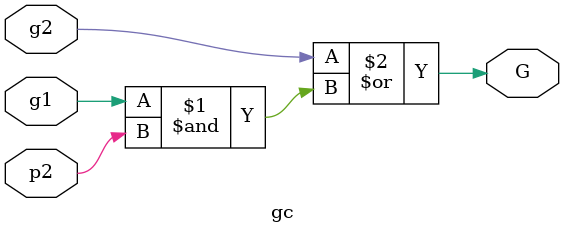
<source format=sv>
module FIR_using_HCA(filter_out,clk,reset,filter_in);
input clk,reset;
input signed [7:0] filter_in;
output signed [15:0] filter_out;
parameter signed [7:0] coeff0 = 8'b11110111;//-9
parameter signed [7:0] coeff1 = 8'b11111101;//-3
parameter signed [7:0] coeff2 = 8'b00001100;//12
parameter signed [7:0] coeff3 = 8'b00011010;//26
parameter signed [7:0] coeff4 = 8'b00011010;//26
parameter signed [7:0] coeff5 = 8'b00001100;//12
parameter signed [7:0] coeff6 = 8'b11111101;//-3
parameter signed [7:0] coeff7 = 8'b11110111;//-9

reg  signed [9:0] delay [1:7] ; 
wire signed [15:0] mul_temp [1:8]; 
wire signed [15:0] temp_add [0:6];
wire signed [15:0] add [0:6]; 
reg  signed [15:0] output_register;
  
    always @( posedge clk or posedge reset)
    begin: Delay_process
      if (reset) 
		begin
        delay[1] <= 0;
        delay[2] <= 0;
        delay[3] <= 0;	
		  delay[4] <= 0;
        delay[5] <= 0;
        delay[6] <= 0;
        delay[7] <= 0;
    end
      else
		begin
          delay[1] <= filter_in;
          delay[2] <= delay[1];
          delay[3] <= delay[2];	
          delay[4] <= delay[3];
          delay[5] <= delay[4];
          delay[6] <= delay[5];
          delay[7] <= delay[6];
      end
    end 


    assign mul_temp[1] = filter_in * coeff0;
    assign mul_temp[2] = delay[1] *     coeff1;
    assign mul_temp[3] = delay[2] *     coeff2;
    assign mul_temp[4] = delay[3] *     coeff3;
    assign mul_temp[5] = delay[4] *     coeff4;
    assign mul_temp[6] = delay[5] *     coeff5;
    assign mul_temp[7] = delay[6] *     coeff6;
    assign mul_temp[8] = delay[7] *     coeff7;
    
    //assign temp_add[0] = mul_temp[1] + mul_temp[2];
	// hancarslon_adder (sum,a,b,cin);
	 han_carslon_adder ha1(.sum(temp_add[0]),.a(mul_temp[1]),.b(mul_temp[2]),.cin(1'b0));
    assign add[0] = temp_add[0];
   
    //assign temp_add[1] = mul_temp[3] + add[0];
	 han_carslon_adder ha2(.sum(temp_add[1]),.a(mul_temp[3]),.b(add[0]),.cin(1'b0));
    
    assign add[1] = temp_add[1];
   
    //assign temp_add[2] = mul_temp[4] + add[1];
	han_carslon_adder ha3(.sum(temp_add[2]),.a(mul_temp[4]),.b(add[1]),.cin(1'b0));
    
    assign add[2] = temp_add[2];
   
    //assign temp_add[3] = mul_temp[5] + add[2];
	 han_carslon_adder ha4(.sum(temp_add[3]),.a(mul_temp[5]),.b(add[2]),.cin(1'b0));
    
    assign add[3] = temp_add[3];
   
    //assign temp_add[4] = mul_temp[6] + add[3];
	 han_carslon_adder ha5(.sum(temp_add[4]),.a(mul_temp[6]),.b(add[3]),.cin(1'b0));
    
    assign add[4] = temp_add[4];
   
    //assign temp_add[5] = mul_temp[7] + add[4];
	 han_carslon_adder ha6(.sum(temp_add[5]),.a(mul_temp[7]),.b(add[4]),.cin(1'b0));
    
    assign add[5] = temp_add[5];
   
    // assign temp_add[6] = mul_temp[8] + add[5];
	 han_carslon_adder ha7(.sum(temp_add[6]),.a(mul_temp[8]),.b(add[5]),.cin(1'b0));
    
    assign add[6] = temp_add[6];
   
    
    always @ (posedge clk or posedge reset)
    begin
        if (reset) 
			output_register <= 0;
      else 
         output_register <= add[6];
    end

  assign filter_out = output_register;
endmodule  
//han carslon adder

module han_carslon_adder(a,b,cin,sum);
  input [15:0]a,b;
  input cin;
  output[15:0] sum;
  wire [15:0] g,p;
  assign g = a & b;
  assign p = a ^ b;
  wire g10,g32,p32,g54,p54,g76,p76,g98,p98,g1110,p1110,g1312,p1312,g1514,p1514,g30,g52,p52,g96,p96,g118,p118,g1310,p1310,g1512,p1512,g50,g74,p74,g70,g92,g114,p114,g136,p136,g158,p158,g91,g113,g135,g157,g20,g40,g60,g80,g100,g120,g140,p92;
  
  ///level1
gc gp1(.g2(g[1]),.p2(p[1]),.g1(g[0]),.G(g10));

bc bp1(.g2(g[3]),.p2(p[3]),.g1(g[2]),.p1(p[2]),.G(g32),.P(p32));
bc bp2(.g2(g[5]),.p2(p[5]),.g1(g[4]),.p1(p[4]),.G(g54),.P(p54));
bc bp3(.g2(g[7]),.p2(p[7]),.g1(g[6]),.p1(p[6]),.G(g76),.P(p76));
bc bp4(.g2(g[9]),.p2(p[9]),.g1(g[8]),.p1(p[8]),.G(g98),.P(p98));
bc bp5(.g2(g[11]),.p2(p[11]),.g1(g[10]),.p1(p[10]),.G(g1110),.P(p1110));
bc bp6(.g2(g[13]),.p2(p[13]),.g1(g[12]),.p1(p[12]),.G(g1312),.P(p1312));
bc bp7(.g2(g[15]),.p2(p[15]),.g1(g[14]),.p1(p[14]),.G(g1514),.P(p1514));
  ///level2
  gc gp2(.g2(g32),.p2(p32),.g1(g10),.G(g30));
 bc bp8(.g2(g54),.p2(p54),.g1(g32),.p1(p32),.G(g52),.P(p52));
  bc bp9(.g2(g76),.p2(p76),.g1(g54),.p1(p54),.G(g74),.P(p74));
  bc bp10(.g2(g98),.p2(p98),.g1(g76),.p1(p76),.G(g96),.P(p96));
  bc bp11(.g2(g1110),.p2(p1110),.g1(g98),.p1(p98),.G(g118),.P(p118));
  bc bp12(.g2(g1312),.p2(p1312),.g1(g1110),.p1(p1110),.G(g1310),.P(p1310));
  bc bp13(.g2(g1514),.p2(p1514),.g1(g1312),.p1(p1312),.G(g1512),.P(p1512));
  //level3
  gc gp3(.g2(g52),.p2(p52),.g1(g10),.G(g50));
  gc gp4(.g2(g74),.p2(p74),.g1(g30),.G(g70));
  bc bp14(.g2(g96),.p2(p96),.g1(g52),.p1(p52),.G(g92),.P(p92));
  bc bp15(.g2(g118),.p2(p118),.g1(g74),.p1(p74),.G(g114),.P(p114));
  bc bp16(.g2(g1310),.p2(p1310),.g1(g96),.p1(p96),.G(g136),.P(p136));
  bc bp17(.g2(g1512),.p2(p1512),.g1(g118),.p1(p118),.G(g158),.P(p158));
  ///level4
  gc gp5(.g2(g92),.p2(p92),.g1(g10),.G(g91));
  gc gp6(.g2(g114),.p2(p114),.g1(g30),.G(g113));
  gc gp7(.g2(g136),.p2(p136),.g1(g50),.G(g135));
  gc gp8(.g2(g158),.p2(p158),.g1(g70),.G(g157));
///level5
  gc gp9(.g2(g[2]),.p2(p[2]),.g1(g10),.G(g20));
  gc gp10(.g2(g[4]),.p2(p[4]),.g1(g30),.G(g40));
  gc gp11(.g2(g[6]),.p2(p[6]),.g1(g50),.G(g60));
  gc gp12(.g2(g[8]),.p2(p[8]),.g1(g70),.G(g80));
  gc gp13(.g2(g[10]),.p2(p[10]),.g1(g91),.G(g100));
  gc gp14(.g2(g[12]),.p2(p[12]),.g1(g113),.G(g120));
  gc gp15(.g2(g[14]),.p2(p[14]),.g1(g135),.G(g140));

  //sum generation
  assign sum[0] = p[0] ^ cin  ;
assign sum[1] = p[1] ^ g10  ;
assign sum[2] = p[2] ^ g20  ;
assign sum[3] = p[3] ^ g30  ;
assign sum[4] = p[4] ^ g40  ;
assign sum[5] = p[5] ^ g50  ;
assign sum[6] = p[6] ^ g60  ;
assign sum[7] = p[7] ^ g70  ;
assign sum[8] = p[8] ^ g80  ;
  assign sum[9] = p[9] ^ g91  ;
assign sum[10] = p[10] ^ g100  ;
  assign sum[11] = p[11] ^ g113  ;
assign sum[12] = p[12] ^ g120  ;
  assign sum[13] = p[13] ^ g135  ;
assign sum[14] = p[14] ^ g140  ;
  assign sum[15] = p[15] ^ g157  ;
  
  
endmodule

//black cell

module bc(g2,p2,g1,p1,G,P);
    input  g1,p1,g2,p2;
    output G,P;
    assign G = ( g2 | (g1&p2));
    assign P = p1&p2;
endmodule

//gray cell
module gc(g2,p2,g1,G);
    input  g1,g2,p2;
    output G ;
    assign G = g2 | (g1&p2);
endmodule

</source>
